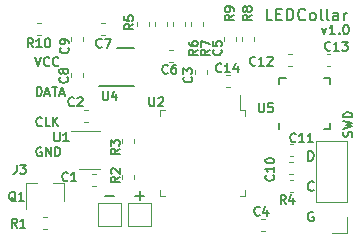
<source format=gbr>
G04 #@! TF.GenerationSoftware,KiCad,Pcbnew,(5.99.0-2119-g1c72042fc)*
G04 #@! TF.CreationDate,2020-07-24T00:21:19+02:00*
G04 #@! TF.ProjectId,ledCollar_PCB,6c656443-6f6c-46c6-9172-5f5043422e6b,rev?*
G04 #@! TF.SameCoordinates,Original*
G04 #@! TF.FileFunction,Legend,Top*
G04 #@! TF.FilePolarity,Positive*
%FSLAX46Y46*%
G04 Gerber Fmt 4.6, Leading zero omitted, Abs format (unit mm)*
G04 Created by KiCad (PCBNEW (5.99.0-2119-g1c72042fc)) date 2020-07-24 00:21:19*
%MOMM*%
%LPD*%
G01*
G04 APERTURE LIST*
%ADD10C,0.127000*%
%ADD11C,0.150000*%
%ADD12C,0.120000*%
G04 APERTURE END LIST*
D10*
X129721428Y-111397142D02*
X129757714Y-111288285D01*
X129757714Y-111106857D01*
X129721428Y-111034285D01*
X129685142Y-110998000D01*
X129612571Y-110961714D01*
X129540000Y-110961714D01*
X129467428Y-110998000D01*
X129431142Y-111034285D01*
X129394857Y-111106857D01*
X129358571Y-111252000D01*
X129322285Y-111324571D01*
X129286000Y-111360857D01*
X129213428Y-111397142D01*
X129140857Y-111397142D01*
X129068285Y-111360857D01*
X129032000Y-111324571D01*
X128995714Y-111252000D01*
X128995714Y-111070571D01*
X129032000Y-110961714D01*
X128995714Y-110707714D02*
X129757714Y-110526285D01*
X129213428Y-110381142D01*
X129757714Y-110236000D01*
X128995714Y-110054571D01*
X129757714Y-109764285D02*
X128995714Y-109764285D01*
X128995714Y-109582857D01*
X129032000Y-109474000D01*
X129104571Y-109401428D01*
X129177142Y-109365142D01*
X129322285Y-109328857D01*
X129431142Y-109328857D01*
X129576285Y-109365142D01*
X129648857Y-109401428D01*
X129721428Y-109474000D01*
X129757714Y-109582857D01*
X129757714Y-109764285D01*
D11*
X122976047Y-101544380D02*
X122499857Y-101544380D01*
X122499857Y-100544380D01*
X123309380Y-101020571D02*
X123642714Y-101020571D01*
X123785571Y-101544380D02*
X123309380Y-101544380D01*
X123309380Y-100544380D01*
X123785571Y-100544380D01*
X124214142Y-101544380D02*
X124214142Y-100544380D01*
X124452238Y-100544380D01*
X124595095Y-100592000D01*
X124690333Y-100687238D01*
X124737952Y-100782476D01*
X124785571Y-100972952D01*
X124785571Y-101115809D01*
X124737952Y-101306285D01*
X124690333Y-101401523D01*
X124595095Y-101496761D01*
X124452238Y-101544380D01*
X124214142Y-101544380D01*
X125785571Y-101449142D02*
X125737952Y-101496761D01*
X125595095Y-101544380D01*
X125499857Y-101544380D01*
X125357000Y-101496761D01*
X125261761Y-101401523D01*
X125214142Y-101306285D01*
X125166523Y-101115809D01*
X125166523Y-100972952D01*
X125214142Y-100782476D01*
X125261761Y-100687238D01*
X125357000Y-100592000D01*
X125499857Y-100544380D01*
X125595095Y-100544380D01*
X125737952Y-100592000D01*
X125785571Y-100639619D01*
X126357000Y-101544380D02*
X126261761Y-101496761D01*
X126214142Y-101449142D01*
X126166523Y-101353904D01*
X126166523Y-101068190D01*
X126214142Y-100972952D01*
X126261761Y-100925333D01*
X126357000Y-100877714D01*
X126499857Y-100877714D01*
X126595095Y-100925333D01*
X126642714Y-100972952D01*
X126690333Y-101068190D01*
X126690333Y-101353904D01*
X126642714Y-101449142D01*
X126595095Y-101496761D01*
X126499857Y-101544380D01*
X126357000Y-101544380D01*
X127261761Y-101544380D02*
X127166523Y-101496761D01*
X127118904Y-101401523D01*
X127118904Y-100544380D01*
X127785571Y-101544380D02*
X127690333Y-101496761D01*
X127642714Y-101401523D01*
X127642714Y-100544380D01*
X128595095Y-101544380D02*
X128595095Y-101020571D01*
X128547476Y-100925333D01*
X128452238Y-100877714D01*
X128261761Y-100877714D01*
X128166523Y-100925333D01*
X128595095Y-101496761D02*
X128499857Y-101544380D01*
X128261761Y-101544380D01*
X128166523Y-101496761D01*
X128118904Y-101401523D01*
X128118904Y-101306285D01*
X128166523Y-101211047D01*
X128261761Y-101163428D01*
X128499857Y-101163428D01*
X128595095Y-101115809D01*
X129071285Y-101544380D02*
X129071285Y-100877714D01*
X129071285Y-101068190D02*
X129118904Y-100972952D01*
X129166523Y-100925333D01*
X129261761Y-100877714D01*
X129357000Y-100877714D01*
D10*
X127196835Y-102190571D02*
X127387311Y-102723904D01*
X127577788Y-102190571D01*
X128301597Y-102723904D02*
X127844454Y-102723904D01*
X128073026Y-102723904D02*
X128073026Y-101923904D01*
X127996835Y-102038190D01*
X127920645Y-102114380D01*
X127844454Y-102152476D01*
X128644454Y-102647714D02*
X128682550Y-102685809D01*
X128644454Y-102723904D01*
X128606359Y-102685809D01*
X128644454Y-102647714D01*
X128644454Y-102723904D01*
X129177788Y-101923904D02*
X129253978Y-101923904D01*
X129330169Y-101962000D01*
X129368264Y-102000095D01*
X129406359Y-102076285D01*
X129444454Y-102228666D01*
X129444454Y-102419142D01*
X129406359Y-102571523D01*
X129368264Y-102647714D01*
X129330169Y-102685809D01*
X129253978Y-102723904D01*
X129177788Y-102723904D01*
X129101597Y-102685809D01*
X129063502Y-102647714D01*
X129025407Y-102571523D01*
X128987311Y-102419142D01*
X128987311Y-102228666D01*
X129025407Y-102076285D01*
X129063502Y-102000095D01*
X129101597Y-101962000D01*
X129177788Y-101923904D01*
X126044778Y-113406704D02*
X126044778Y-112606704D01*
X126226207Y-112606704D01*
X126335064Y-112644800D01*
X126407635Y-112720990D01*
X126443921Y-112797180D01*
X126480207Y-112949561D01*
X126480207Y-113063847D01*
X126443921Y-113216228D01*
X126407635Y-113292419D01*
X126335064Y-113368609D01*
X126226207Y-113406704D01*
X126044778Y-113406704D01*
X126480207Y-115906514D02*
X126443921Y-115944609D01*
X126335064Y-115982704D01*
X126262492Y-115982704D01*
X126153635Y-115944609D01*
X126081064Y-115868419D01*
X126044778Y-115792228D01*
X126008492Y-115639847D01*
X126008492Y-115525561D01*
X126044778Y-115373180D01*
X126081064Y-115296990D01*
X126153635Y-115220800D01*
X126262492Y-115182704D01*
X126335064Y-115182704D01*
X126443921Y-115220800D01*
X126480207Y-115258895D01*
X126443921Y-117796800D02*
X126371350Y-117758704D01*
X126262492Y-117758704D01*
X126153635Y-117796800D01*
X126081064Y-117872990D01*
X126044778Y-117949180D01*
X126008492Y-118101561D01*
X126008492Y-118215847D01*
X126044778Y-118368228D01*
X126081064Y-118444419D01*
X126153635Y-118520609D01*
X126262492Y-118558704D01*
X126335064Y-118558704D01*
X126443921Y-118520609D01*
X126480207Y-118482514D01*
X126480207Y-118215847D01*
X126335064Y-118215847D01*
D11*
X108839047Y-116403428D02*
X109600952Y-116403428D01*
X111379047Y-116403428D02*
X112140952Y-116403428D01*
X111760000Y-116784380D02*
X111760000Y-116022476D01*
D10*
X102923521Y-104641480D02*
X103177521Y-105431480D01*
X103431521Y-104641480D01*
X104120950Y-105356242D02*
X104084664Y-105393861D01*
X103975807Y-105431480D01*
X103903235Y-105431480D01*
X103794378Y-105393861D01*
X103721807Y-105318623D01*
X103685521Y-105243385D01*
X103649235Y-105092909D01*
X103649235Y-104980052D01*
X103685521Y-104829576D01*
X103721807Y-104754338D01*
X103794378Y-104679100D01*
X103903235Y-104641480D01*
X103975807Y-104641480D01*
X104084664Y-104679100D01*
X104120950Y-104716719D01*
X104882950Y-105356242D02*
X104846664Y-105393861D01*
X104737807Y-105431480D01*
X104665235Y-105431480D01*
X104556378Y-105393861D01*
X104483807Y-105318623D01*
X104447521Y-105243385D01*
X104411235Y-105092909D01*
X104411235Y-104980052D01*
X104447521Y-104829576D01*
X104483807Y-104754338D01*
X104556378Y-104679100D01*
X104665235Y-104641480D01*
X104737807Y-104641480D01*
X104846664Y-104679100D01*
X104882950Y-104716719D01*
X103032378Y-107975280D02*
X103032378Y-107185280D01*
X103213807Y-107185280D01*
X103322664Y-107222900D01*
X103395235Y-107298138D01*
X103431521Y-107373376D01*
X103467807Y-107523852D01*
X103467807Y-107636709D01*
X103431521Y-107787185D01*
X103395235Y-107862423D01*
X103322664Y-107937661D01*
X103213807Y-107975280D01*
X103032378Y-107975280D01*
X103758092Y-107749566D02*
X104120950Y-107749566D01*
X103685521Y-107975280D02*
X103939521Y-107185280D01*
X104193521Y-107975280D01*
X104338664Y-107185280D02*
X104774092Y-107185280D01*
X104556378Y-107975280D02*
X104556378Y-107185280D01*
X104991807Y-107749566D02*
X105354664Y-107749566D01*
X104919235Y-107975280D02*
X105173235Y-107185280D01*
X105427235Y-107975280D01*
X103467807Y-110443842D02*
X103431521Y-110481461D01*
X103322664Y-110519080D01*
X103250092Y-110519080D01*
X103141235Y-110481461D01*
X103068664Y-110406223D01*
X103032378Y-110330985D01*
X102996092Y-110180509D01*
X102996092Y-110067652D01*
X103032378Y-109917176D01*
X103068664Y-109841938D01*
X103141235Y-109766700D01*
X103250092Y-109729080D01*
X103322664Y-109729080D01*
X103431521Y-109766700D01*
X103467807Y-109804319D01*
X104157235Y-110519080D02*
X103794378Y-110519080D01*
X103794378Y-109729080D01*
X104411235Y-110519080D02*
X104411235Y-109729080D01*
X104846664Y-110519080D02*
X104520092Y-110067652D01*
X104846664Y-109729080D02*
X104411235Y-110180509D01*
X103431521Y-112310500D02*
X103358950Y-112272880D01*
X103250092Y-112272880D01*
X103141235Y-112310500D01*
X103068664Y-112385738D01*
X103032378Y-112460976D01*
X102996092Y-112611452D01*
X102996092Y-112724309D01*
X103032378Y-112874785D01*
X103068664Y-112950023D01*
X103141235Y-113025261D01*
X103250092Y-113062880D01*
X103322664Y-113062880D01*
X103431521Y-113025261D01*
X103467807Y-112987642D01*
X103467807Y-112724309D01*
X103322664Y-112724309D01*
X103794378Y-113062880D02*
X103794378Y-112272880D01*
X104229807Y-113062880D01*
X104229807Y-112272880D01*
X104592664Y-113062880D02*
X104592664Y-112272880D01*
X104774092Y-112272880D01*
X104882950Y-112310500D01*
X104955521Y-112385738D01*
X104991807Y-112460976D01*
X105028092Y-112611452D01*
X105028092Y-112724309D01*
X104991807Y-112874785D01*
X104955521Y-112950023D01*
X104882950Y-113025261D01*
X104774092Y-113062880D01*
X104592664Y-113062880D01*
X118686942Y-105859942D02*
X118650657Y-105896228D01*
X118541800Y-105932514D01*
X118469228Y-105932514D01*
X118360371Y-105896228D01*
X118287800Y-105823657D01*
X118251514Y-105751085D01*
X118215228Y-105605942D01*
X118215228Y-105497085D01*
X118251514Y-105351942D01*
X118287800Y-105279371D01*
X118360371Y-105206800D01*
X118469228Y-105170514D01*
X118541800Y-105170514D01*
X118650657Y-105206800D01*
X118686942Y-105243085D01*
X119412657Y-105932514D02*
X118977228Y-105932514D01*
X119194942Y-105932514D02*
X119194942Y-105170514D01*
X119122371Y-105279371D01*
X119049800Y-105351942D01*
X118977228Y-105388228D01*
X120065800Y-105424514D02*
X120065800Y-105932514D01*
X119884371Y-105134228D02*
X119702942Y-105678514D01*
X120174657Y-105678514D01*
X101346000Y-113755714D02*
X101346000Y-114300000D01*
X101309714Y-114408857D01*
X101237142Y-114481428D01*
X101128285Y-114517714D01*
X101055714Y-114517714D01*
X101636285Y-113755714D02*
X102108000Y-113755714D01*
X101854000Y-114046000D01*
X101962857Y-114046000D01*
X102035428Y-114082285D01*
X102071714Y-114118571D01*
X102108000Y-114191142D01*
X102108000Y-114372571D01*
X102071714Y-114445142D01*
X102035428Y-114481428D01*
X101962857Y-114517714D01*
X101745142Y-114517714D01*
X101672571Y-114481428D01*
X101636285Y-114445142D01*
X102735742Y-103824314D02*
X102481742Y-103461457D01*
X102300314Y-103824314D02*
X102300314Y-103062314D01*
X102590600Y-103062314D01*
X102663171Y-103098600D01*
X102699457Y-103134885D01*
X102735742Y-103207457D01*
X102735742Y-103316314D01*
X102699457Y-103388885D01*
X102663171Y-103425171D01*
X102590600Y-103461457D01*
X102300314Y-103461457D01*
X103461457Y-103824314D02*
X103026028Y-103824314D01*
X103243742Y-103824314D02*
X103243742Y-103062314D01*
X103171171Y-103171171D01*
X103098600Y-103243742D01*
X103026028Y-103280028D01*
X103933171Y-103062314D02*
X104005742Y-103062314D01*
X104078314Y-103098600D01*
X104114600Y-103134885D01*
X104150885Y-103207457D01*
X104187171Y-103352600D01*
X104187171Y-103534028D01*
X104150885Y-103679171D01*
X104114600Y-103751742D01*
X104078314Y-103788028D01*
X104005742Y-103824314D01*
X103933171Y-103824314D01*
X103860600Y-103788028D01*
X103824314Y-103751742D01*
X103788028Y-103679171D01*
X103751742Y-103534028D01*
X103751742Y-103352600D01*
X103788028Y-103207457D01*
X103824314Y-103134885D01*
X103860600Y-103098600D01*
X103933171Y-103062314D01*
X119724714Y-101092000D02*
X119361857Y-101346000D01*
X119724714Y-101527428D02*
X118962714Y-101527428D01*
X118962714Y-101237142D01*
X118999000Y-101164571D01*
X119035285Y-101128285D01*
X119107857Y-101092000D01*
X119216714Y-101092000D01*
X119289285Y-101128285D01*
X119325571Y-101164571D01*
X119361857Y-101237142D01*
X119361857Y-101527428D01*
X119724714Y-100729142D02*
X119724714Y-100584000D01*
X119688428Y-100511428D01*
X119652142Y-100475142D01*
X119543285Y-100402571D01*
X119398142Y-100366285D01*
X119107857Y-100366285D01*
X119035285Y-100402571D01*
X118999000Y-100438857D01*
X118962714Y-100511428D01*
X118962714Y-100656571D01*
X118999000Y-100729142D01*
X119035285Y-100765428D01*
X119107857Y-100801714D01*
X119289285Y-100801714D01*
X119361857Y-100765428D01*
X119398142Y-100729142D01*
X119434428Y-100656571D01*
X119434428Y-100511428D01*
X119398142Y-100438857D01*
X119361857Y-100402571D01*
X119289285Y-100366285D01*
X121248714Y-101092000D02*
X120885857Y-101346000D01*
X121248714Y-101527428D02*
X120486714Y-101527428D01*
X120486714Y-101237142D01*
X120523000Y-101164571D01*
X120559285Y-101128285D01*
X120631857Y-101092000D01*
X120740714Y-101092000D01*
X120813285Y-101128285D01*
X120849571Y-101164571D01*
X120885857Y-101237142D01*
X120885857Y-101527428D01*
X120813285Y-100656571D02*
X120777000Y-100729142D01*
X120740714Y-100765428D01*
X120668142Y-100801714D01*
X120631857Y-100801714D01*
X120559285Y-100765428D01*
X120523000Y-100729142D01*
X120486714Y-100656571D01*
X120486714Y-100511428D01*
X120523000Y-100438857D01*
X120559285Y-100402571D01*
X120631857Y-100366285D01*
X120668142Y-100366285D01*
X120740714Y-100402571D01*
X120777000Y-100438857D01*
X120813285Y-100511428D01*
X120813285Y-100656571D01*
X120849571Y-100729142D01*
X120885857Y-100765428D01*
X120958428Y-100801714D01*
X121103571Y-100801714D01*
X121176142Y-100765428D01*
X121212428Y-100729142D01*
X121248714Y-100656571D01*
X121248714Y-100511428D01*
X121212428Y-100438857D01*
X121176142Y-100402571D01*
X121103571Y-100366285D01*
X120958428Y-100366285D01*
X120885857Y-100402571D01*
X120849571Y-100438857D01*
X120813285Y-100511428D01*
X127907142Y-104031142D02*
X127870857Y-104067428D01*
X127762000Y-104103714D01*
X127689428Y-104103714D01*
X127580571Y-104067428D01*
X127508000Y-103994857D01*
X127471714Y-103922285D01*
X127435428Y-103777142D01*
X127435428Y-103668285D01*
X127471714Y-103523142D01*
X127508000Y-103450571D01*
X127580571Y-103378000D01*
X127689428Y-103341714D01*
X127762000Y-103341714D01*
X127870857Y-103378000D01*
X127907142Y-103414285D01*
X128632857Y-104103714D02*
X128197428Y-104103714D01*
X128415142Y-104103714D02*
X128415142Y-103341714D01*
X128342571Y-103450571D01*
X128270000Y-103523142D01*
X128197428Y-103559428D01*
X128886857Y-103341714D02*
X129358571Y-103341714D01*
X129104571Y-103632000D01*
X129213428Y-103632000D01*
X129286000Y-103668285D01*
X129322285Y-103704571D01*
X129358571Y-103777142D01*
X129358571Y-103958571D01*
X129322285Y-104031142D01*
X129286000Y-104067428D01*
X129213428Y-104103714D01*
X128995714Y-104103714D01*
X128923142Y-104067428D01*
X128886857Y-104031142D01*
X121557142Y-105301142D02*
X121520857Y-105337428D01*
X121412000Y-105373714D01*
X121339428Y-105373714D01*
X121230571Y-105337428D01*
X121158000Y-105264857D01*
X121121714Y-105192285D01*
X121085428Y-105047142D01*
X121085428Y-104938285D01*
X121121714Y-104793142D01*
X121158000Y-104720571D01*
X121230571Y-104648000D01*
X121339428Y-104611714D01*
X121412000Y-104611714D01*
X121520857Y-104648000D01*
X121557142Y-104684285D01*
X122282857Y-105373714D02*
X121847428Y-105373714D01*
X122065142Y-105373714D02*
X122065142Y-104611714D01*
X121992571Y-104720571D01*
X121920000Y-104793142D01*
X121847428Y-104829428D01*
X122573142Y-104684285D02*
X122609428Y-104648000D01*
X122682000Y-104611714D01*
X122863428Y-104611714D01*
X122936000Y-104648000D01*
X122972285Y-104684285D01*
X123008571Y-104756857D01*
X123008571Y-104829428D01*
X122972285Y-104938285D01*
X122536857Y-105373714D01*
X123008571Y-105373714D01*
X124986142Y-111778142D02*
X124949857Y-111814428D01*
X124841000Y-111850714D01*
X124768428Y-111850714D01*
X124659571Y-111814428D01*
X124587000Y-111741857D01*
X124550714Y-111669285D01*
X124514428Y-111524142D01*
X124514428Y-111415285D01*
X124550714Y-111270142D01*
X124587000Y-111197571D01*
X124659571Y-111125000D01*
X124768428Y-111088714D01*
X124841000Y-111088714D01*
X124949857Y-111125000D01*
X124986142Y-111161285D01*
X125711857Y-111850714D02*
X125276428Y-111850714D01*
X125494142Y-111850714D02*
X125494142Y-111088714D01*
X125421571Y-111197571D01*
X125349000Y-111270142D01*
X125276428Y-111306428D01*
X126437571Y-111850714D02*
X126002142Y-111850714D01*
X126219857Y-111850714D02*
X126219857Y-111088714D01*
X126147285Y-111197571D01*
X126074714Y-111270142D01*
X126002142Y-111306428D01*
X123081142Y-114662857D02*
X123117428Y-114699142D01*
X123153714Y-114808000D01*
X123153714Y-114880571D01*
X123117428Y-114989428D01*
X123044857Y-115062000D01*
X122972285Y-115098285D01*
X122827142Y-115134571D01*
X122718285Y-115134571D01*
X122573142Y-115098285D01*
X122500571Y-115062000D01*
X122428000Y-114989428D01*
X122391714Y-114880571D01*
X122391714Y-114808000D01*
X122428000Y-114699142D01*
X122464285Y-114662857D01*
X123153714Y-113937142D02*
X123153714Y-114372571D01*
X123153714Y-114154857D02*
X122391714Y-114154857D01*
X122500571Y-114227428D01*
X122573142Y-114300000D01*
X122609428Y-114372571D01*
X122391714Y-113465428D02*
X122391714Y-113392857D01*
X122428000Y-113320285D01*
X122464285Y-113284000D01*
X122536857Y-113247714D01*
X122682000Y-113211428D01*
X122863428Y-113211428D01*
X123008571Y-113247714D01*
X123081142Y-113284000D01*
X123117428Y-113320285D01*
X123153714Y-113392857D01*
X123153714Y-113465428D01*
X123117428Y-113538000D01*
X123081142Y-113574285D01*
X123008571Y-113610571D01*
X122863428Y-113646857D01*
X122682000Y-113646857D01*
X122536857Y-113610571D01*
X122464285Y-113574285D01*
X122428000Y-113538000D01*
X122391714Y-113465428D01*
X121847428Y-108548714D02*
X121847428Y-109165571D01*
X121883714Y-109238142D01*
X121920000Y-109274428D01*
X121992571Y-109310714D01*
X122137714Y-109310714D01*
X122210285Y-109274428D01*
X122246571Y-109238142D01*
X122282857Y-109165571D01*
X122282857Y-108548714D01*
X123008571Y-108548714D02*
X122645714Y-108548714D01*
X122609428Y-108911571D01*
X122645714Y-108875285D01*
X122718285Y-108839000D01*
X122899714Y-108839000D01*
X122972285Y-108875285D01*
X123008571Y-108911571D01*
X123044857Y-108984142D01*
X123044857Y-109165571D01*
X123008571Y-109238142D01*
X122972285Y-109274428D01*
X122899714Y-109310714D01*
X122718285Y-109310714D01*
X122645714Y-109274428D01*
X122609428Y-109238142D01*
X108639428Y-107532714D02*
X108639428Y-108149571D01*
X108675714Y-108222142D01*
X108712000Y-108258428D01*
X108784571Y-108294714D01*
X108929714Y-108294714D01*
X109002285Y-108258428D01*
X109038571Y-108222142D01*
X109074857Y-108149571D01*
X109074857Y-107532714D01*
X109764285Y-107786714D02*
X109764285Y-108294714D01*
X109582857Y-107496428D02*
X109401428Y-108040714D01*
X109873142Y-108040714D01*
X112576428Y-108040714D02*
X112576428Y-108657571D01*
X112612714Y-108730142D01*
X112649000Y-108766428D01*
X112721571Y-108802714D01*
X112866714Y-108802714D01*
X112939285Y-108766428D01*
X112975571Y-108730142D01*
X113011857Y-108657571D01*
X113011857Y-108040714D01*
X113338428Y-108113285D02*
X113374714Y-108077000D01*
X113447285Y-108040714D01*
X113628714Y-108040714D01*
X113701285Y-108077000D01*
X113737571Y-108113285D01*
X113773857Y-108185857D01*
X113773857Y-108258428D01*
X113737571Y-108367285D01*
X113302142Y-108802714D01*
X113773857Y-108802714D01*
X104550028Y-111012514D02*
X104550028Y-111629371D01*
X104586314Y-111701942D01*
X104622600Y-111738228D01*
X104695171Y-111774514D01*
X104840314Y-111774514D01*
X104912885Y-111738228D01*
X104949171Y-111701942D01*
X104985457Y-111629371D01*
X104985457Y-111012514D01*
X105747457Y-111774514D02*
X105312028Y-111774514D01*
X105529742Y-111774514D02*
X105529742Y-111012514D01*
X105457171Y-111121371D01*
X105384600Y-111193942D01*
X105312028Y-111230228D01*
X117692714Y-104013000D02*
X117329857Y-104267000D01*
X117692714Y-104448428D02*
X116930714Y-104448428D01*
X116930714Y-104158142D01*
X116967000Y-104085571D01*
X117003285Y-104049285D01*
X117075857Y-104013000D01*
X117184714Y-104013000D01*
X117257285Y-104049285D01*
X117293571Y-104085571D01*
X117329857Y-104158142D01*
X117329857Y-104448428D01*
X116930714Y-103759000D02*
X116930714Y-103251000D01*
X117692714Y-103577571D01*
X116676714Y-104013000D02*
X116313857Y-104267000D01*
X116676714Y-104448428D02*
X115914714Y-104448428D01*
X115914714Y-104158142D01*
X115951000Y-104085571D01*
X115987285Y-104049285D01*
X116059857Y-104013000D01*
X116168714Y-104013000D01*
X116241285Y-104049285D01*
X116277571Y-104085571D01*
X116313857Y-104158142D01*
X116313857Y-104448428D01*
X115914714Y-103359857D02*
X115914714Y-103505000D01*
X115951000Y-103577571D01*
X115987285Y-103613857D01*
X116096142Y-103686428D01*
X116241285Y-103722714D01*
X116531571Y-103722714D01*
X116604142Y-103686428D01*
X116640428Y-103650142D01*
X116676714Y-103577571D01*
X116676714Y-103432428D01*
X116640428Y-103359857D01*
X116604142Y-103323571D01*
X116531571Y-103287285D01*
X116350142Y-103287285D01*
X116277571Y-103323571D01*
X116241285Y-103359857D01*
X116205000Y-103432428D01*
X116205000Y-103577571D01*
X116241285Y-103650142D01*
X116277571Y-103686428D01*
X116350142Y-103722714D01*
X111215714Y-101854000D02*
X110852857Y-102108000D01*
X111215714Y-102289428D02*
X110453714Y-102289428D01*
X110453714Y-101999142D01*
X110490000Y-101926571D01*
X110526285Y-101890285D01*
X110598857Y-101854000D01*
X110707714Y-101854000D01*
X110780285Y-101890285D01*
X110816571Y-101926571D01*
X110852857Y-101999142D01*
X110852857Y-102289428D01*
X110453714Y-101164571D02*
X110453714Y-101527428D01*
X110816571Y-101563714D01*
X110780285Y-101527428D01*
X110744000Y-101454857D01*
X110744000Y-101273428D01*
X110780285Y-101200857D01*
X110816571Y-101164571D01*
X110889142Y-101128285D01*
X111070571Y-101128285D01*
X111143142Y-101164571D01*
X111179428Y-101200857D01*
X111215714Y-101273428D01*
X111215714Y-101454857D01*
X111179428Y-101527428D01*
X111143142Y-101563714D01*
X124129800Y-117083114D02*
X123875800Y-116720257D01*
X123694371Y-117083114D02*
X123694371Y-116321114D01*
X123984657Y-116321114D01*
X124057228Y-116357400D01*
X124093514Y-116393685D01*
X124129800Y-116466257D01*
X124129800Y-116575114D01*
X124093514Y-116647685D01*
X124057228Y-116683971D01*
X123984657Y-116720257D01*
X123694371Y-116720257D01*
X124782942Y-116575114D02*
X124782942Y-117083114D01*
X124601514Y-116284828D02*
X124420085Y-116829114D01*
X124891800Y-116829114D01*
X110072714Y-112395000D02*
X109709857Y-112649000D01*
X110072714Y-112830428D02*
X109310714Y-112830428D01*
X109310714Y-112540142D01*
X109347000Y-112467571D01*
X109383285Y-112431285D01*
X109455857Y-112395000D01*
X109564714Y-112395000D01*
X109637285Y-112431285D01*
X109673571Y-112467571D01*
X109709857Y-112540142D01*
X109709857Y-112830428D01*
X109310714Y-112141000D02*
X109310714Y-111669285D01*
X109601000Y-111923285D01*
X109601000Y-111814428D01*
X109637285Y-111741857D01*
X109673571Y-111705571D01*
X109746142Y-111669285D01*
X109927571Y-111669285D01*
X110000142Y-111705571D01*
X110036428Y-111741857D01*
X110072714Y-111814428D01*
X110072714Y-112032142D01*
X110036428Y-112104714D01*
X110000142Y-112141000D01*
X110072714Y-114808000D02*
X109709857Y-115062000D01*
X110072714Y-115243428D02*
X109310714Y-115243428D01*
X109310714Y-114953142D01*
X109347000Y-114880571D01*
X109383285Y-114844285D01*
X109455857Y-114808000D01*
X109564714Y-114808000D01*
X109637285Y-114844285D01*
X109673571Y-114880571D01*
X109709857Y-114953142D01*
X109709857Y-115243428D01*
X109383285Y-114517714D02*
X109347000Y-114481428D01*
X109310714Y-114408857D01*
X109310714Y-114227428D01*
X109347000Y-114154857D01*
X109383285Y-114118571D01*
X109455857Y-114082285D01*
X109528428Y-114082285D01*
X109637285Y-114118571D01*
X110072714Y-114554000D01*
X110072714Y-114082285D01*
X101346000Y-119089714D02*
X101092000Y-118726857D01*
X100910571Y-119089714D02*
X100910571Y-118327714D01*
X101200857Y-118327714D01*
X101273428Y-118364000D01*
X101309714Y-118400285D01*
X101346000Y-118472857D01*
X101346000Y-118581714D01*
X101309714Y-118654285D01*
X101273428Y-118690571D01*
X101200857Y-118726857D01*
X100910571Y-118726857D01*
X102071714Y-119089714D02*
X101636285Y-119089714D01*
X101854000Y-119089714D02*
X101854000Y-118327714D01*
X101781428Y-118436571D01*
X101708857Y-118509142D01*
X101636285Y-118545428D01*
X101273428Y-116876285D02*
X101200857Y-116840000D01*
X101128285Y-116767428D01*
X101019428Y-116658571D01*
X100946857Y-116622285D01*
X100874285Y-116622285D01*
X100910571Y-116803714D02*
X100838000Y-116767428D01*
X100765428Y-116694857D01*
X100729142Y-116549714D01*
X100729142Y-116295714D01*
X100765428Y-116150571D01*
X100838000Y-116078000D01*
X100910571Y-116041714D01*
X101055714Y-116041714D01*
X101128285Y-116078000D01*
X101200857Y-116150571D01*
X101237142Y-116295714D01*
X101237142Y-116549714D01*
X101200857Y-116694857D01*
X101128285Y-116767428D01*
X101055714Y-116803714D01*
X100910571Y-116803714D01*
X101962857Y-116803714D02*
X101527428Y-116803714D01*
X101745142Y-116803714D02*
X101745142Y-116041714D01*
X101672571Y-116150571D01*
X101600000Y-116223142D01*
X101527428Y-116259428D01*
X105682142Y-103860600D02*
X105718428Y-103896885D01*
X105754714Y-104005742D01*
X105754714Y-104078314D01*
X105718428Y-104187171D01*
X105645857Y-104259742D01*
X105573285Y-104296028D01*
X105428142Y-104332314D01*
X105319285Y-104332314D01*
X105174142Y-104296028D01*
X105101571Y-104259742D01*
X105029000Y-104187171D01*
X104992714Y-104078314D01*
X104992714Y-104005742D01*
X105029000Y-103896885D01*
X105065285Y-103860600D01*
X105754714Y-103497742D02*
X105754714Y-103352600D01*
X105718428Y-103280028D01*
X105682142Y-103243742D01*
X105573285Y-103171171D01*
X105428142Y-103134885D01*
X105137857Y-103134885D01*
X105065285Y-103171171D01*
X105029000Y-103207457D01*
X104992714Y-103280028D01*
X104992714Y-103425171D01*
X105029000Y-103497742D01*
X105065285Y-103534028D01*
X105137857Y-103570314D01*
X105319285Y-103570314D01*
X105391857Y-103534028D01*
X105428142Y-103497742D01*
X105464428Y-103425171D01*
X105464428Y-103280028D01*
X105428142Y-103207457D01*
X105391857Y-103171171D01*
X105319285Y-103134885D01*
X105631342Y-106349800D02*
X105667628Y-106386085D01*
X105703914Y-106494942D01*
X105703914Y-106567514D01*
X105667628Y-106676371D01*
X105595057Y-106748942D01*
X105522485Y-106785228D01*
X105377342Y-106821514D01*
X105268485Y-106821514D01*
X105123342Y-106785228D01*
X105050771Y-106748942D01*
X104978200Y-106676371D01*
X104941914Y-106567514D01*
X104941914Y-106494942D01*
X104978200Y-106386085D01*
X105014485Y-106349800D01*
X105268485Y-105914371D02*
X105232200Y-105986942D01*
X105195914Y-106023228D01*
X105123342Y-106059514D01*
X105087057Y-106059514D01*
X105014485Y-106023228D01*
X104978200Y-105986942D01*
X104941914Y-105914371D01*
X104941914Y-105769228D01*
X104978200Y-105696657D01*
X105014485Y-105660371D01*
X105087057Y-105624085D01*
X105123342Y-105624085D01*
X105195914Y-105660371D01*
X105232200Y-105696657D01*
X105268485Y-105769228D01*
X105268485Y-105914371D01*
X105304771Y-105986942D01*
X105341057Y-106023228D01*
X105413628Y-106059514D01*
X105558771Y-106059514D01*
X105631342Y-106023228D01*
X105667628Y-105986942D01*
X105703914Y-105914371D01*
X105703914Y-105769228D01*
X105667628Y-105696657D01*
X105631342Y-105660371D01*
X105558771Y-105624085D01*
X105413628Y-105624085D01*
X105341057Y-105660371D01*
X105304771Y-105696657D01*
X105268485Y-105769228D01*
X108534200Y-103777142D02*
X108497914Y-103813428D01*
X108389057Y-103849714D01*
X108316485Y-103849714D01*
X108207628Y-103813428D01*
X108135057Y-103740857D01*
X108098771Y-103668285D01*
X108062485Y-103523142D01*
X108062485Y-103414285D01*
X108098771Y-103269142D01*
X108135057Y-103196571D01*
X108207628Y-103124000D01*
X108316485Y-103087714D01*
X108389057Y-103087714D01*
X108497914Y-103124000D01*
X108534200Y-103160285D01*
X108788200Y-103087714D02*
X109296200Y-103087714D01*
X108969628Y-103849714D01*
X114147600Y-105986942D02*
X114111314Y-106023228D01*
X114002457Y-106059514D01*
X113929885Y-106059514D01*
X113821028Y-106023228D01*
X113748457Y-105950657D01*
X113712171Y-105878085D01*
X113675885Y-105732942D01*
X113675885Y-105624085D01*
X113712171Y-105478942D01*
X113748457Y-105406371D01*
X113821028Y-105333800D01*
X113929885Y-105297514D01*
X114002457Y-105297514D01*
X114111314Y-105333800D01*
X114147600Y-105370085D01*
X114800742Y-105297514D02*
X114655600Y-105297514D01*
X114583028Y-105333800D01*
X114546742Y-105370085D01*
X114474171Y-105478942D01*
X114437885Y-105624085D01*
X114437885Y-105914371D01*
X114474171Y-105986942D01*
X114510457Y-106023228D01*
X114583028Y-106059514D01*
X114728171Y-106059514D01*
X114800742Y-106023228D01*
X114837028Y-105986942D01*
X114873314Y-105914371D01*
X114873314Y-105732942D01*
X114837028Y-105660371D01*
X114800742Y-105624085D01*
X114728171Y-105587800D01*
X114583028Y-105587800D01*
X114510457Y-105624085D01*
X114474171Y-105660371D01*
X114437885Y-105732942D01*
X118636142Y-104013000D02*
X118672428Y-104049285D01*
X118708714Y-104158142D01*
X118708714Y-104230714D01*
X118672428Y-104339571D01*
X118599857Y-104412142D01*
X118527285Y-104448428D01*
X118382142Y-104484714D01*
X118273285Y-104484714D01*
X118128142Y-104448428D01*
X118055571Y-104412142D01*
X117983000Y-104339571D01*
X117946714Y-104230714D01*
X117946714Y-104158142D01*
X117983000Y-104049285D01*
X118019285Y-104013000D01*
X117946714Y-103323571D02*
X117946714Y-103686428D01*
X118309571Y-103722714D01*
X118273285Y-103686428D01*
X118237000Y-103613857D01*
X118237000Y-103432428D01*
X118273285Y-103359857D01*
X118309571Y-103323571D01*
X118382142Y-103287285D01*
X118563571Y-103287285D01*
X118636142Y-103323571D01*
X118672428Y-103359857D01*
X118708714Y-103432428D01*
X118708714Y-103613857D01*
X118672428Y-103686428D01*
X118636142Y-103722714D01*
X121920000Y-118001142D02*
X121883714Y-118037428D01*
X121774857Y-118073714D01*
X121702285Y-118073714D01*
X121593428Y-118037428D01*
X121520857Y-117964857D01*
X121484571Y-117892285D01*
X121448285Y-117747142D01*
X121448285Y-117638285D01*
X121484571Y-117493142D01*
X121520857Y-117420571D01*
X121593428Y-117348000D01*
X121702285Y-117311714D01*
X121774857Y-117311714D01*
X121883714Y-117348000D01*
X121920000Y-117384285D01*
X122573142Y-117565714D02*
X122573142Y-118073714D01*
X122391714Y-117275428D02*
X122210285Y-117819714D01*
X122682000Y-117819714D01*
X116146942Y-106324400D02*
X116183228Y-106360685D01*
X116219514Y-106469542D01*
X116219514Y-106542114D01*
X116183228Y-106650971D01*
X116110657Y-106723542D01*
X116038085Y-106759828D01*
X115892942Y-106796114D01*
X115784085Y-106796114D01*
X115638942Y-106759828D01*
X115566371Y-106723542D01*
X115493800Y-106650971D01*
X115457514Y-106542114D01*
X115457514Y-106469542D01*
X115493800Y-106360685D01*
X115530085Y-106324400D01*
X115457514Y-106070400D02*
X115457514Y-105598685D01*
X115747800Y-105852685D01*
X115747800Y-105743828D01*
X115784085Y-105671257D01*
X115820371Y-105634971D01*
X115892942Y-105598685D01*
X116074371Y-105598685D01*
X116146942Y-105634971D01*
X116183228Y-105671257D01*
X116219514Y-105743828D01*
X116219514Y-105961542D01*
X116183228Y-106034114D01*
X116146942Y-106070400D01*
X106197400Y-108730142D02*
X106161114Y-108766428D01*
X106052257Y-108802714D01*
X105979685Y-108802714D01*
X105870828Y-108766428D01*
X105798257Y-108693857D01*
X105761971Y-108621285D01*
X105725685Y-108476142D01*
X105725685Y-108367285D01*
X105761971Y-108222142D01*
X105798257Y-108149571D01*
X105870828Y-108077000D01*
X105979685Y-108040714D01*
X106052257Y-108040714D01*
X106161114Y-108077000D01*
X106197400Y-108113285D01*
X106487685Y-108113285D02*
X106523971Y-108077000D01*
X106596542Y-108040714D01*
X106777971Y-108040714D01*
X106850542Y-108077000D01*
X106886828Y-108113285D01*
X106923114Y-108185857D01*
X106923114Y-108258428D01*
X106886828Y-108367285D01*
X106451400Y-108802714D01*
X106923114Y-108802714D01*
X105664000Y-115080142D02*
X105627714Y-115116428D01*
X105518857Y-115152714D01*
X105446285Y-115152714D01*
X105337428Y-115116428D01*
X105264857Y-115043857D01*
X105228571Y-114971285D01*
X105192285Y-114826142D01*
X105192285Y-114717285D01*
X105228571Y-114572142D01*
X105264857Y-114499571D01*
X105337428Y-114427000D01*
X105446285Y-114390714D01*
X105518857Y-114390714D01*
X105627714Y-114427000D01*
X105664000Y-114463285D01*
X106389714Y-115152714D02*
X105954285Y-115152714D01*
X106172000Y-115152714D02*
X106172000Y-114390714D01*
X106099428Y-114499571D01*
X106026857Y-114572142D01*
X105954285Y-114608428D01*
D12*
X119415779Y-106170000D02*
X119090221Y-106170000D01*
X119415779Y-107190000D02*
X119090221Y-107190000D01*
X103049721Y-102760000D02*
X103375279Y-102760000D01*
X103049721Y-101740000D02*
X103375279Y-101740000D01*
X108270000Y-117033000D02*
X110170000Y-117033000D01*
X110170000Y-117033000D02*
X110170000Y-118933000D01*
X110170000Y-118933000D02*
X108270000Y-118933000D01*
X108270000Y-118933000D02*
X108270000Y-117033000D01*
X110810000Y-118933000D02*
X110810000Y-117033000D01*
X112710000Y-118933000D02*
X110810000Y-118933000D01*
X112710000Y-117033000D02*
X112710000Y-118933000D01*
X110810000Y-117033000D02*
X112710000Y-117033000D01*
X118870000Y-102986721D02*
X118870000Y-103312279D01*
X119890000Y-102986721D02*
X119890000Y-103312279D01*
X120394000Y-102986721D02*
X120394000Y-103312279D01*
X121414000Y-102986721D02*
X121414000Y-103312279D01*
X127917239Y-104388673D02*
X127591681Y-104388673D01*
X127917239Y-105408673D02*
X127591681Y-105408673D01*
X124322721Y-105405813D02*
X124648279Y-105405813D01*
X124322721Y-104385813D02*
X124648279Y-104385813D01*
X124777089Y-112012000D02*
X124451531Y-112012000D01*
X124777089Y-113032000D02*
X124451531Y-113032000D01*
X124772201Y-113536000D02*
X124446643Y-113536000D01*
X124772201Y-114556000D02*
X124446643Y-114556000D01*
D11*
X123600000Y-106432366D02*
X123600000Y-106957366D01*
X127900000Y-106432366D02*
X127900000Y-106957366D01*
X127900000Y-110732366D02*
X127900000Y-110207366D01*
X123600000Y-110732366D02*
X123600000Y-110207366D01*
X127900000Y-106432366D02*
X127375000Y-106432366D01*
X127900000Y-110732366D02*
X127375000Y-110732366D01*
X123600000Y-106432366D02*
X124125000Y-106432366D01*
X108306000Y-107092000D02*
X111306000Y-107092000D01*
X109806000Y-103842000D02*
X111306000Y-103842000D01*
D12*
X120254000Y-109166000D02*
X120254000Y-107876000D01*
X120704000Y-109166000D02*
X120254000Y-109166000D01*
X120704000Y-109616000D02*
X120704000Y-109166000D01*
X120704000Y-116386000D02*
X120254000Y-116386000D01*
X120704000Y-115936000D02*
X120704000Y-116386000D01*
X113484000Y-109166000D02*
X113934000Y-109166000D01*
X113484000Y-109616000D02*
X113484000Y-109166000D01*
X113484000Y-116386000D02*
X113934000Y-116386000D01*
X113484000Y-115936000D02*
X113484000Y-116386000D01*
X108426000Y-110912000D02*
X105976000Y-110912000D01*
X106626000Y-114132000D02*
X108426000Y-114132000D01*
X115572000Y-101991279D02*
X115572000Y-101665721D01*
X114552000Y-101991279D02*
X114552000Y-101665721D01*
X113028000Y-101665721D02*
X113028000Y-101991279D01*
X114048000Y-101665721D02*
X114048000Y-101991279D01*
X112524000Y-101991279D02*
X112524000Y-101665721D01*
X111504000Y-101991279D02*
X111504000Y-101665721D01*
X124453494Y-116083506D02*
X124779052Y-116083506D01*
X124453494Y-115063506D02*
X124779052Y-115063506D01*
X111254000Y-111948279D02*
X111254000Y-111622721D01*
X110234000Y-111948279D02*
X110234000Y-111622721D01*
X111254000Y-114996279D02*
X111254000Y-114670721D01*
X110234000Y-114996279D02*
X110234000Y-114670721D01*
X103594244Y-118190000D02*
X103919802Y-118190000D01*
X103594244Y-119210000D02*
X103919802Y-119210000D01*
X105339673Y-115342726D02*
X105339673Y-116802726D01*
X102179673Y-115342726D02*
X102179673Y-117502726D01*
X102179673Y-115342726D02*
X103109673Y-115342726D01*
X105339673Y-115342726D02*
X104409673Y-115342726D01*
X129346000Y-119510498D02*
X128016000Y-119510498D01*
X129346000Y-118180498D02*
X129346000Y-119510498D01*
X129346000Y-116910498D02*
X126686000Y-116910498D01*
X126686000Y-116910498D02*
X126686000Y-111770498D01*
X129346000Y-116910498D02*
X129346000Y-111770498D01*
X129346000Y-111770498D02*
X126686000Y-111770498D01*
X106936000Y-103261279D02*
X106936000Y-102935721D01*
X105916000Y-103261279D02*
X105916000Y-102935721D01*
X105916000Y-105983721D02*
X105916000Y-106309279D01*
X106936000Y-105983721D02*
X106936000Y-106309279D01*
X108523721Y-102821000D02*
X108849279Y-102821000D01*
X108523721Y-101801000D02*
X108849279Y-101801000D01*
X114264221Y-105031000D02*
X114589779Y-105031000D01*
X114264221Y-104011000D02*
X114589779Y-104011000D01*
X116076000Y-101665721D02*
X116076000Y-101991279D01*
X117096000Y-101665721D02*
X117096000Y-101991279D01*
X122336779Y-118362000D02*
X122011221Y-118362000D01*
X122336779Y-119382000D02*
X122011221Y-119382000D01*
X116457000Y-105755221D02*
X116457000Y-106080779D01*
X117477000Y-105755221D02*
X117477000Y-106080779D01*
X107376279Y-109090000D02*
X107050721Y-109090000D01*
X107376279Y-110110000D02*
X107050721Y-110110000D01*
X107761721Y-115572000D02*
X108087279Y-115572000D01*
X107761721Y-114552000D02*
X108087279Y-114552000D01*
M02*

</source>
